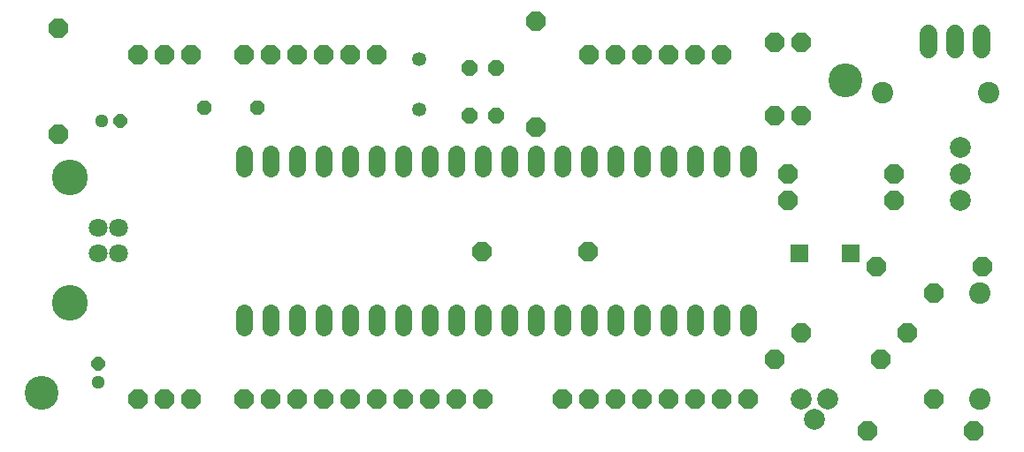
<source format=gts>
G75*
%MOIN*%
%OFA0B0*%
%FSLAX25Y25*%
%IPPOS*%
%LPD*%
%AMOC8*
5,1,8,0,0,1.08239X$1,22.5*
%
%ADD10OC8,0.05100*%
%ADD11C,0.05100*%
%ADD12OC8,0.06100*%
%ADD13OC8,0.05300*%
%ADD14C,0.08100*%
%ADD15C,0.06500*%
%ADD16C,0.07100*%
%ADD17C,0.13500*%
%ADD18OC8,0.07500*%
%ADD19OC8,0.07100*%
%ADD20C,0.05300*%
%ADD21C,0.07900*%
%ADD22C,0.06350*%
%ADD23R,0.06500X0.06500*%
%ADD24C,0.12768*%
D10*
X0050613Y0045984D03*
X0059113Y0137484D03*
D11*
X0052113Y0137484D03*
X0050613Y0038984D03*
D12*
X0190613Y0139453D03*
X0200613Y0139453D03*
X0200613Y0157484D03*
X0190613Y0157484D03*
D13*
X0110613Y0142484D03*
X0090613Y0142484D03*
D14*
X0346361Y0148154D03*
X0386361Y0148154D03*
X0382935Y0072484D03*
X0382935Y0032484D03*
D15*
X0383644Y0164681D02*
X0383644Y0170681D01*
X0373644Y0170681D02*
X0373644Y0164681D01*
X0363644Y0164681D02*
X0363644Y0170681D01*
D16*
X0058413Y0097406D03*
X0050613Y0097406D03*
X0050613Y0087563D03*
X0058413Y0087563D03*
D17*
X0039913Y0068784D03*
X0039913Y0116184D03*
D18*
X0065613Y0032484D03*
X0075613Y0032484D03*
X0085613Y0032484D03*
X0105613Y0032484D03*
X0115613Y0032484D03*
X0125613Y0032484D03*
X0135613Y0032484D03*
X0145613Y0032484D03*
X0155613Y0032484D03*
X0165613Y0032484D03*
X0175613Y0032484D03*
X0185613Y0032484D03*
X0195613Y0032484D03*
X0225613Y0032484D03*
X0235613Y0032484D03*
X0245613Y0032484D03*
X0255613Y0032484D03*
X0265613Y0032484D03*
X0275613Y0032484D03*
X0285613Y0032484D03*
X0295613Y0032484D03*
X0285613Y0162484D03*
X0275613Y0162484D03*
X0265613Y0162484D03*
X0255613Y0162484D03*
X0245613Y0162484D03*
X0235613Y0162484D03*
X0155613Y0162484D03*
X0145613Y0162484D03*
X0135613Y0162484D03*
X0125613Y0162484D03*
X0115613Y0162484D03*
X0105613Y0162484D03*
X0085613Y0162484D03*
X0075613Y0162484D03*
X0065613Y0162484D03*
D19*
X0035613Y0172484D03*
X0035613Y0132484D03*
X0195416Y0088114D03*
X0235416Y0088114D03*
X0310613Y0107484D03*
X0310613Y0117484D03*
X0350613Y0117484D03*
X0350613Y0107484D03*
X0344038Y0082484D03*
X0365613Y0072484D03*
X0384038Y0082484D03*
X0355613Y0057484D03*
X0345613Y0047484D03*
X0315613Y0057484D03*
X0305613Y0047484D03*
X0340613Y0020516D03*
X0365613Y0032484D03*
X0380613Y0020516D03*
X0215613Y0135437D03*
X0215613Y0175437D03*
X0305613Y0167327D03*
X0315613Y0167327D03*
X0315613Y0139768D03*
X0305613Y0139768D03*
D20*
X0171597Y0141921D03*
X0171597Y0160921D03*
D21*
X0375613Y0127484D03*
X0375613Y0117484D03*
X0375613Y0107484D03*
X0325613Y0032484D03*
X0315613Y0032484D03*
X0320613Y0024984D03*
D22*
X0295613Y0059559D02*
X0295613Y0065409D01*
X0285613Y0065409D02*
X0285613Y0059559D01*
X0275613Y0059559D02*
X0275613Y0065409D01*
X0265613Y0065409D02*
X0265613Y0059559D01*
X0255613Y0059559D02*
X0255613Y0065409D01*
X0245613Y0065409D02*
X0245613Y0059559D01*
X0235613Y0059559D02*
X0235613Y0065409D01*
X0225613Y0065409D02*
X0225613Y0059559D01*
X0215613Y0059559D02*
X0215613Y0065409D01*
X0205613Y0065409D02*
X0205613Y0059559D01*
X0195613Y0059559D02*
X0195613Y0065409D01*
X0185613Y0065409D02*
X0185613Y0059559D01*
X0175613Y0059559D02*
X0175613Y0065409D01*
X0165613Y0065409D02*
X0165613Y0059559D01*
X0155613Y0059559D02*
X0155613Y0065409D01*
X0145613Y0065409D02*
X0145613Y0059559D01*
X0135613Y0059559D02*
X0135613Y0065409D01*
X0125613Y0065409D02*
X0125613Y0059559D01*
X0115613Y0059559D02*
X0115613Y0065409D01*
X0105613Y0065409D02*
X0105613Y0059559D01*
X0105613Y0119559D02*
X0105613Y0125409D01*
X0115613Y0125409D02*
X0115613Y0119559D01*
X0125613Y0119559D02*
X0125613Y0125409D01*
X0135613Y0125409D02*
X0135613Y0119559D01*
X0145613Y0119559D02*
X0145613Y0125409D01*
X0155613Y0125409D02*
X0155613Y0119559D01*
X0165613Y0119559D02*
X0165613Y0125409D01*
X0175613Y0125409D02*
X0175613Y0119559D01*
X0185613Y0119559D02*
X0185613Y0125409D01*
X0195613Y0125409D02*
X0195613Y0119559D01*
X0205613Y0119559D02*
X0205613Y0125409D01*
X0215613Y0125409D02*
X0215613Y0119559D01*
X0225613Y0119559D02*
X0225613Y0125409D01*
X0235613Y0125409D02*
X0235613Y0119559D01*
X0245613Y0119559D02*
X0245613Y0125409D01*
X0255613Y0125409D02*
X0255613Y0119559D01*
X0265613Y0119559D02*
X0265613Y0125409D01*
X0275613Y0125409D02*
X0275613Y0119559D01*
X0285613Y0119559D02*
X0285613Y0125409D01*
X0295613Y0125409D02*
X0295613Y0119559D01*
D23*
X0315047Y0087634D03*
X0334210Y0087634D03*
D24*
X0332345Y0153075D03*
X0029195Y0034965D03*
M02*

</source>
